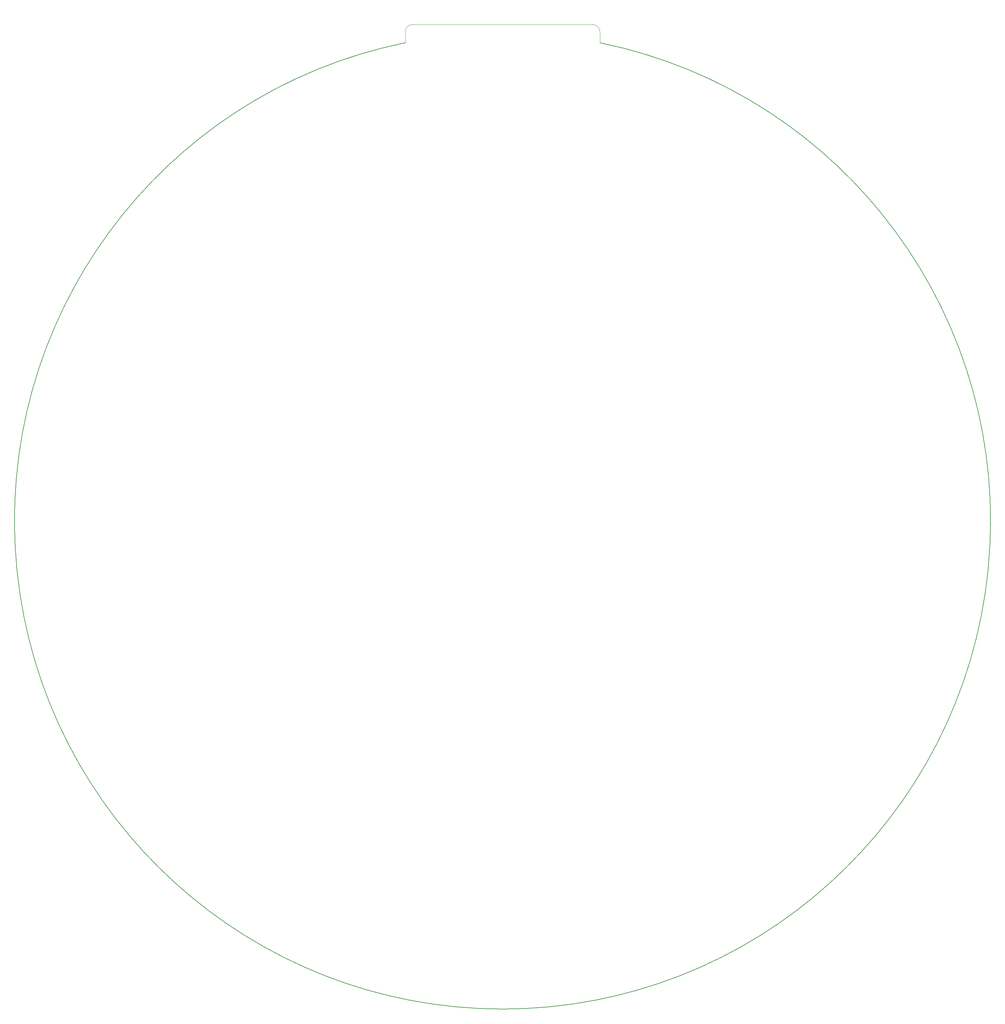
<source format=gm1>
%TF.GenerationSoftware,KiCad,Pcbnew,(6.0.6)*%
%TF.CreationDate,2022-07-04T16:04:11-05:00*%
%TF.ProjectId,CircleBoard,43697263-6c65-4426-9f61-72642e6b6963,rev?*%
%TF.SameCoordinates,Original*%
%TF.FileFunction,Profile,NP*%
%FSLAX46Y46*%
G04 Gerber Fmt 4.6, Leading zero omitted, Abs format (unit mm)*
G04 Created by KiCad (PCBNEW (6.0.6)) date 2022-07-04 16:04:11*
%MOMM*%
%LPD*%
G01*
G04 APERTURE LIST*
%TA.AperFunction,Profile*%
%ADD10C,0.100000*%
%TD*%
%TA.AperFunction,Profile*%
%ADD11C,0.200000*%
%TD*%
G04 APERTURE END LIST*
D10*
X155000000Y8000000D02*
G75*
G03*
X153000000Y10000000I-2000000J0D01*
G01*
X104000000Y10000000D02*
G75*
G03*
X102000000Y8000000I0J-2000000D01*
G01*
X155000000Y8000000D02*
X155000000Y5000000D01*
D11*
X102000000Y5000000D02*
G75*
G03*
X155000000Y5000000I26500000J-130251661D01*
G01*
D10*
X102000000Y5000000D02*
X102000000Y8000000D01*
X104000000Y10000000D02*
X153000000Y10000000D01*
M02*

</source>
